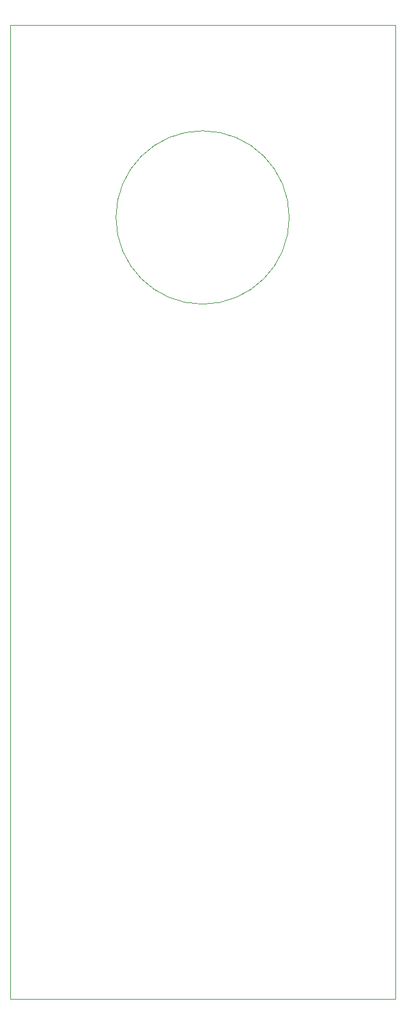
<source format=gbr>
%TF.GenerationSoftware,KiCad,Pcbnew,(6.0.5)*%
%TF.CreationDate,2023-01-21T13:23:26-05:00*%
%TF.ProjectId,valve_distortion,76616c76-655f-4646-9973-746f7274696f,rev?*%
%TF.SameCoordinates,Original*%
%TF.FileFunction,Profile,NP*%
%FSLAX46Y46*%
G04 Gerber Fmt 4.6, Leading zero omitted, Abs format (unit mm)*
G04 Created by KiCad (PCBNEW (6.0.5)) date 2023-01-21 13:23:26*
%MOMM*%
%LPD*%
G01*
G04 APERTURE LIST*
%TA.AperFunction,Profile*%
%ADD10C,0.100000*%
%TD*%
G04 APERTURE END LIST*
D10*
X102380000Y-167180000D02*
X51580000Y-167180000D01*
X102380000Y-38680000D02*
X102380000Y-167180000D01*
X51580000Y-38680000D02*
X51580000Y-167180000D01*
X51580000Y-38680000D02*
X102380000Y-38680000D01*
X88410000Y-64080000D02*
G75*
G03*
X88410000Y-64080000I-11430000J0D01*
G01*
M02*

</source>
